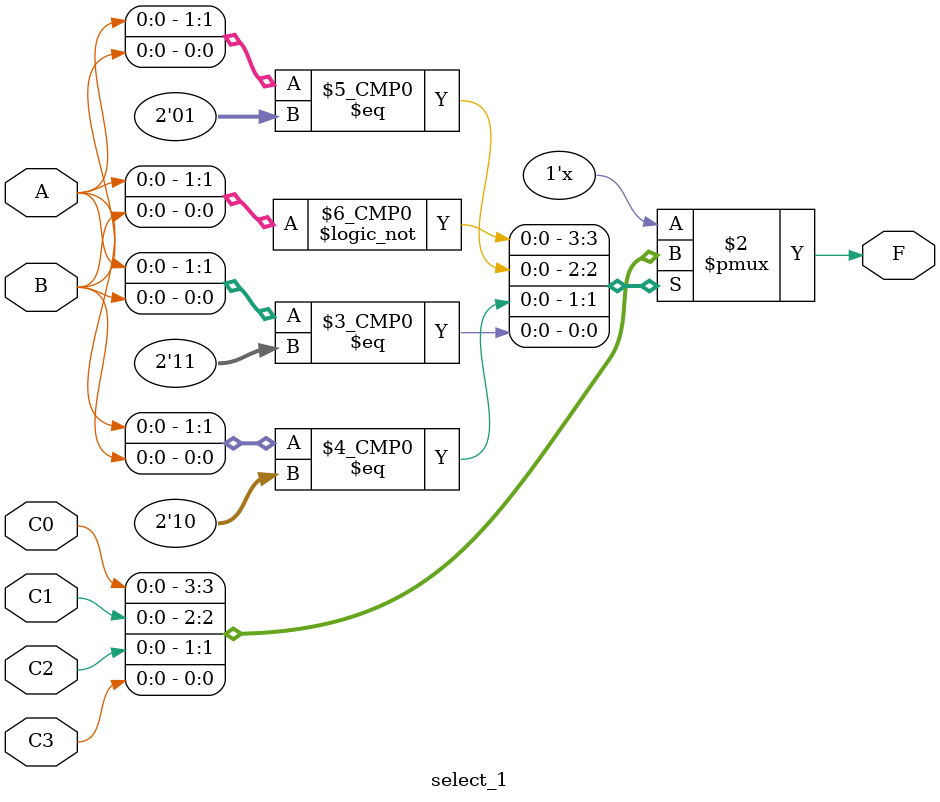
<source format=v>
`timescale 1ns / 1ps

 module select_1(C0,C1,C2,C3,A,B,F);

    input C0,C1,C2,C3,A,B; // ¶¨ÒåC0,C1,C2,C3£¬A£¬BÎªÊäÈëÐÅºÅ£¬A,BÎªÑ¡ÔñÒÀ¾Ý
    output F;  // ¶¨ÒåFÎªÊä³öÐÅºÅ

    reg F; 
      always @  (C0 or C1 or C2 or C3 or A or B) 
         case({A,B}) // ¶ÔA,B½øÐÐÅÐ¶Ï
         2'b00 : F = C0;   // ÈôABÎªO0£¬ÔòÊä³öÎªC0
         2'b01 : F = C1;   // ÈôABÎªO1£¬ÔòÊä³öÎªC1
         2'b10 : F = C2;   // ÈôABÎª10£¬ÔòÊä³öÎªC1
         2'b11 : F = C3;   // ÈôABÎª11£¬ÔòÊä³öÎªC1
         endcase
endmodule

</source>
